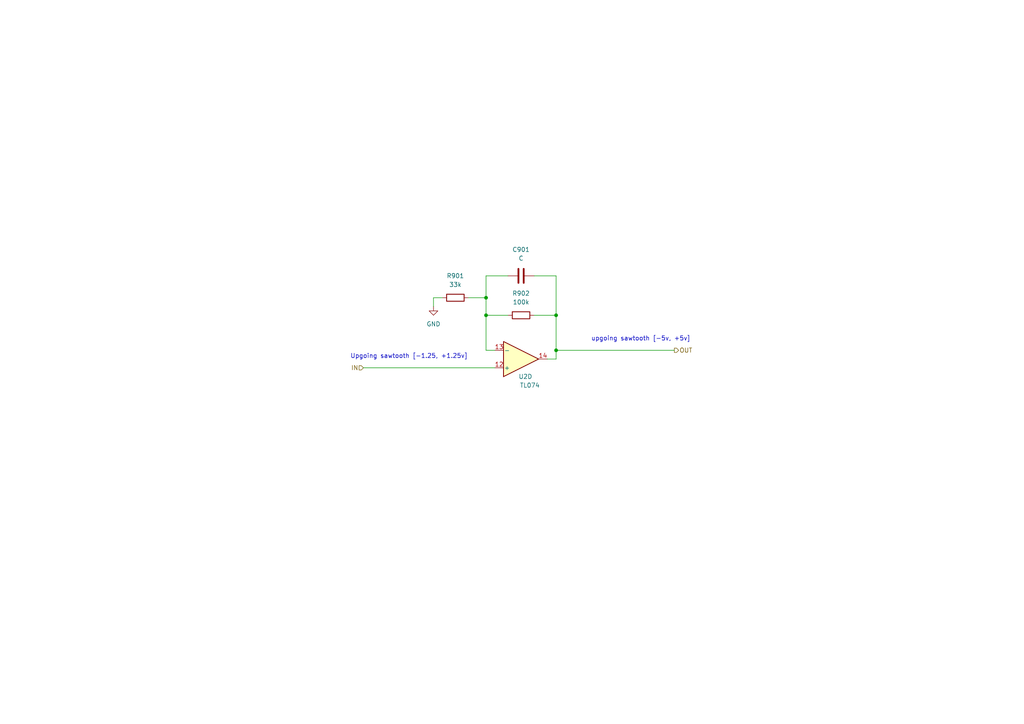
<source format=kicad_sch>
(kicad_sch (version 20211123) (generator eeschema)
  (paper "A4")
  (title_block (title "Josh Ox Ribon Synth Main VCO board") (date "2022-06-18") (rev "0") (comment 2 "creativecommons.org/licences/by/4.0") (comment 3 "license: CC by 4.0") (comment 4 "Author: Jordan Acete"))
  (lib_symbols
    (symbol "Amplifier_Operational:TL074" (pin_names (offset 0.127))
      (property "Reference" "U" (at 0 5.08 0))
      (property "Value" "TL074" (at 0 -5.08 0))
      (symbol "TL074_1_1"
        (polyline (pts (xy -5.08 5.08) (xy 5.08 0) (xy -5.08 -5.08) (xy -5.08 5.08)) (stroke (width 0.254)) (fill (type background)))
        (pin output line (at 7.62 0 180) (length 2.54) (name "~") (number "1"))
        (pin input line (at -7.62 -2.54 0) (length 2.54) (name "-") (number "2"))
        (pin input line (at -7.62 2.54 0) (length 2.54) (name "+") (number "3"))
      )
      (symbol "TL074_2_1"
        (polyline (pts (xy -5.08 5.08) (xy 5.08 0) (xy -5.08 -5.08) (xy -5.08 5.08)) (stroke (width 0.254)) (fill (type background)))
        (pin input line (at -7.62 2.54 0) (length 2.54) (name "+") (number "5"))
        (pin input line (at -7.62 -2.54 0) (length 2.54) (name "-") (number "6"))
        (pin output line (at 7.62 0 180) (length 2.54) (name "~") (number "7"))
      )
      (symbol "TL074_3_1"
        (polyline (pts (xy -5.08 5.08) (xy 5.08 0) (xy -5.08 -5.08) (xy -5.08 5.08)) (stroke (width 0.254)) (fill (type background)))
        (pin input line (at -7.62 2.54 0) (length 2.54) (name "+") (number "10"))
        (pin output line (at 7.62 0 180) (length 2.54) (name "~") (number "8"))
        (pin input line (at -7.62 -2.54 0) (length 2.54) (name "-") (number "9"))
      )
      (symbol "TL074_4_1"
        (polyline (pts (xy -5.08 5.08) (xy 5.08 0) (xy -5.08 -5.08) (xy -5.08 5.08)) (stroke (width 0.254)) (fill (type background)))
        (pin input line (at -7.62 2.54 0) (length 2.54) (name "+") (number "12"))
        (pin input line (at -7.62 -2.54 0) (length 2.54) (name "-") (number "13"))
        (pin output line (at 7.62 0 180) (length 2.54) (name "~") (number "14"))
      )
      (symbol "TL074_5_1"
        (pin power_in line (at -2.54 -7.62 90) (length 3.81) (name "V-") (number "11"))
        (pin power_in line (at -2.54 7.62 270) (length 3.81) (name "V+") (number "4"))
      )
    )
    (symbol "Device:C" (pin_numbers hide) (pin_names (offset 0.254))
      (property "Reference" "C" (at 0.635 2.54 0))
      (property "Value" "C" (at 0.635 -2.54 0))
      (symbol "C_0_1"
        (polyline (pts (xy -2.032 -0.762) (xy 2.032 -0.762)) (stroke (width 0.508)))
        (polyline (pts (xy -2.032 0.762) (xy 2.032 0.762)) (stroke (width 0.508)))
      )
      (symbol "C_1_1"
        (pin passive line (at 0 3.81 270) (length 2.794) (name "~") (number "1"))
        (pin passive line (at 0 -3.81 90) (length 2.794) (name "~") (number "2"))
      )
    )
    (symbol "Device:R" (pin_numbers hide) (pin_names (offset 0))
      (property "Reference" "R" (at 2.032 0 90))
      (property "Value" "R" (at 0 0 90))
      (symbol "R_0_1"
        (rectangle (start -1.016 -2.54) (end 1.016 2.54) (stroke (width 0.254)))
      )
      (symbol "R_1_1"
        (pin passive line (at 0 3.81 270) (length 1.27) (name "~") (number "1"))
        (pin passive line (at 0 -3.81 90) (length 1.27) (name "~") (number "2"))
      )
    )
    (symbol "power:GND" (power) (pin_names (offset 0))
      (property "Value" "GND" (at 0 -3.81 0))
      (symbol "GND_0_1"
        (polyline (pts (xy 0 0) (xy 0 -1.27) (xy 1.27 -1.27) (xy 0 -2.54) (xy -1.27 -1.27) (xy 0 -1.27)))
      )
      (symbol "GND_1_1"
        (pin power_in line (at 0 0 270) (length 0) hide (name "GND") (number "1"))
      )
    )
  )
  (junction (at 161.29 101.6))
  (junction (at 161.29 91.44))
  (junction (at 140.97 86.36))
  (junction (at 140.97 91.44))
  (wire (pts (xy 125.73 88.9) (xy 125.73 86.36)))
  (wire (pts (xy 161.29 101.6) (xy 161.29 104.14)))
  (wire (pts (xy 135.89 86.36) (xy 140.97 86.36)))
  (wire (pts (xy 161.29 91.44) (xy 161.29 101.6)))
  (wire (pts (xy 158.75 104.14) (xy 161.29 104.14)))
  (wire (pts (xy 147.32 80.01) (xy 140.97 80.01)))
  (wire (pts (xy 140.97 101.6) (xy 143.51 101.6)))
  (wire (pts (xy 140.97 80.01) (xy 140.97 86.36)))
  (wire (pts (xy 154.94 80.01) (xy 161.29 80.01)))
  (wire (pts (xy 161.29 80.01) (xy 161.29 91.44)))
  (wire (pts (xy 105.41 106.68) (xy 143.51 106.68)))
  (wire (pts (xy 140.97 86.36) (xy 140.97 91.44)))
  (wire (pts (xy 140.97 101.6) (xy 140.97 91.44)))
  (wire (pts (xy 161.29 91.44) (xy 154.94 91.44)))
  (wire (pts (xy 161.29 101.6) (xy 195.58 101.6)))
  (wire (pts (xy 140.97 91.44) (xy 147.32 91.44)))
  (wire (pts (xy 125.73 86.36) (xy 128.27 86.36)))
  (text "Upgoing sawtooth [-1.25, +1.25v]" (at 101.6 104.14 0) (effects (font (size 1.27 1.27)) (justify left bottom)))
  (text "upgoing sawtooth [-5v, +5v]" (at 171.45 99.06 0) (effects (font (size 1.27 1.27)) (justify left bottom)))
  (hierarchical_label "IN" (shape input) (at 105.41 106.68 180))
  (hierarchical_label "OUT" (shape output) (at 195.58 101.6 0))
  (symbol (lib_id "Device:R") (at 132.08 86.36 90) (unit 1)
    (property "Reference" "R901" (at 132.08 80.01 90))
    (property "Value" "33k" (at 132.08 82.55 90))
  )
  (symbol (lib_id "Amplifier_Operational:TL074") (at 151.13 104.14 0) (mirror x) (unit 4)
    (property "Reference" "U2" (at 152.4 109.22 0))
    (property "Value" "TL074" (at 153.67 111.76 0))
    (property "Datasheet" "http://www.ti.com/lit/ds/symlink/tl071.pdf" (effects hide))
  )
  (symbol (lib_id "power:GND") (at 125.73 88.9 0) (unit 1)
    (property "Reference" "#PWR0901" (effects hide))
    (property "Value" "GND" (at 125.73 93.98 0))
  )
  (symbol (lib_id "Device:C") (at 151.13 80.01 90) (unit 1)
    (property "Reference" "C901" (at 151.13 72.39 90))
    (property "Value" "C" (at 151.13 74.93 90))
  )
  (symbol (lib_id "Device:R") (at 151.13 91.44 90) (unit 1)
    (property "Reference" "R902" (at 151.13 85.09 90))
    (property "Value" "100k" (at 151.13 87.63 90))
  )
)
</source>
